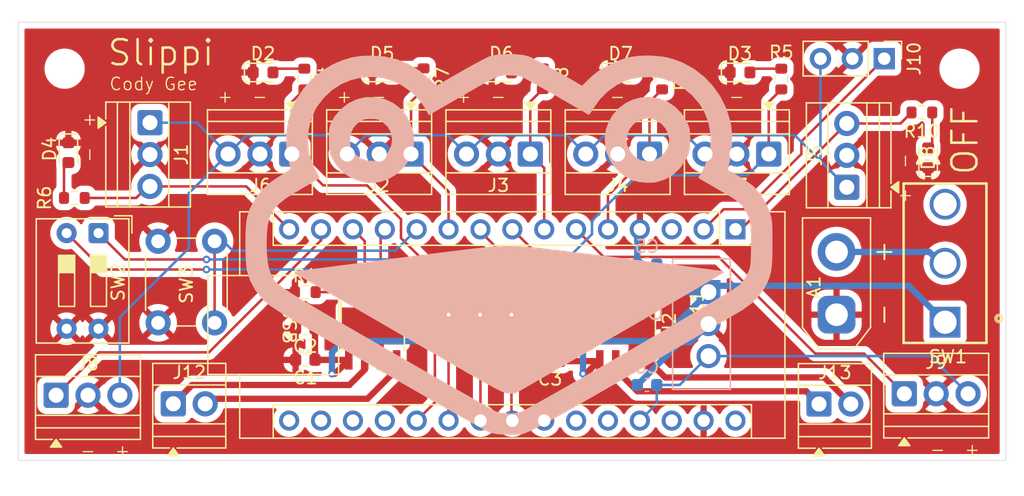
<source format=kicad_pcb>
(kicad_pcb (version 20241229) (generator "pcbnew") (generator_version "9.0")
  (layers (0 "F.Cu" signal) (2 "B.Cu" signal) (13 "F.Paste" user) (15 "B.Paste" user) (5 "F.SilkS" user "F.Silkscreen") (7 "B.SilkS" user "B.Silkscreen") (1 "F.Mask" user) (3 "B.Mask" user) (25 "Edge.Cuts" user))
  (net 0 "")
  (net 3 "IR3")
  (net 4 "L2")
  (net 5 "S1")
  (net 6 "+5V")
  (net 7 "SV1")
  (net 8 "IR4")
  (net 9 "IR2")
  (net 10 "SV2")
  (net 12 "S4")
  (net 15 "S3")
  (net 16 "GND")
  (net 17 "IR5")
  (net 21 "L1")
  (net 22 "Start")
  (net 23 "IR1")
  (net 24 "S2")
  (net 25 "+12V")
  (net 26 "Net-(D2-A)")
  (net 27 "Net-(D3-A)")
  (net 28 "Net-(D4-A)")
  (net 29 "Net-(D5-A)")
  (net 30 "Net-(D6-A)")
  (net 31 "Net-(D7-A)")
  (net 32 "Net-(D8-A)")
  (net 33 "Net-(U1-ILIM)")
  (net 34 "Net-(U2-ILIM)")
  (net 36 "SW2")
  (net 37 "SW1")
  (net 38 "O2")
  (net 39 "O1")
  (net 40 "O4")
  (net 41 "O3")
  (net 42 "Push")
  (net 45 "Net-(J11-Pin_2)")
  (footprint "Resistor_SMD:R_0603_1608Metric" (layer "F.Cu") (at 101 61.5 90)
    (property "Reference" "R7" (at 0 1.5 90) (layer "F.SilkS"))
    (property "Value" "1k")
    (pad "1" smd roundrect (at -0.825 0 90) (size 0.8 0.95) (layers "F.Cu" "F.Mask" "F.Paste") (net 9 "IR2"))
    (pad "2" smd roundrect (at 0.825 0 90) (size 0.8 0.95) (layers "F.Cu" "F.Mask" "F.Paste") (net 29 "Net-(D5-A)"))
  )
  (footprint "TerminalBlock:TerminalBlock_Xinya_XY308-2.54-3P_1x03_P2.54mm_Horizontal" (layer "F.Cu") (at 134.7175 70.145 90)
    (property "Reference" "J5" (at 2.54 -2.5 90) (layer "F.SilkS"))
    (property "Value" "Conn_01x03")
    (pad "1" thru_hole roundrect (at 0 0 90) (size 2 2) (drill 1.2) (layers "*.Cu" "*.Mask") (roundrect_rratio 0.125) (net 6 "+5V"))
    (pad "2" thru_hole circle (at 2.54 0 90) (size 2 2) (drill 1.2) (layers "*.Cu" "*.Mask") (net 16 "GND"))
    (pad "3" thru_hole circle (at 5.08 0 90) (size 2 2) (drill 1.2) (layers "*.Cu" "*.Mask") (net 17 "IR5"))
  )
  (footprint "Resistor_SMD:R_0603_1608Metric" (layer "F.Cu") (at 111.075 78.5)
    (property "Reference" "R2" (at 0.075 -1.4 0) (layer "F.SilkS"))
    (property "Value" "30k")
    (pad "1" smd roundrect (at -0.825 0) (size 0.8 0.95) (layers "F.Cu" "F.Mask" "F.Paste") (net 16 "GND"))
    (pad "2" smd roundrect (at 0.825 0) (size 0.8 0.95) (layers "F.Cu" "F.Mask" "F.Paste") (net 34 "Net-(U2-ILIM)"))
  )
  (footprint "TerminalBlock:TerminalBlock_Xinya_XY308-2.54-3P_1x03_P2.54mm_Horizontal" (layer "F.Cu") (at 90.5 67.5 180)
    (property "Reference" "J6" (at 2.5 -2.5 0) (layer "F.SilkS"))
    (property "Value" "Conn_01x03")
    (pad "1" thru_hole roundrect (at 0 0 180) (size 2 2) (drill 1.2) (layers "*.Cu" "*.Mask") (roundrect_rratio 0.125) (net 21 "L1"))
    (pad "2" thru_hole circle (at 2.54 0 180) (size 2 2) (drill 1.2) (layers "*.Cu" "*.Mask") (net 16 "GND"))
    (pad "3" thru_hole circle (at 5.08 0 180) (size 2 2) (drill 1.2) (layers "*.Cu" "*.Mask") (net 6 "+5V"))
  )
  (footprint "Button_Switch_THT:SW_PUSH_6mm" (layer "F.Cu") (at 84.35 74.45 -90)
    (property "Reference" "SW3" (at 3.45 2.25 90) (layer "F.SilkS"))
    (property "Value" "SW_Push")
    (pad "1" thru_hole circle (at 0 0) (size 2 2) (drill 1.1) (layers "*.Cu" "*.Mask") (net 42 "Push"))
    (pad "1" thru_hole circle (at 6.5 0) (size 2 2) (drill 1.1) (layers "*.Cu" "*.Mask") (net 42 "Push"))
    (pad "2" thru_hole circle (at 0 4.5) (size 2 2) (drill 1.1) (layers "*.Cu" "*.Mask") (net 16 "GND"))
    (pad "2" thru_hole circle (at 6.5 4.5) (size 2 2) (drill 1.1) (layers "*.Cu" "*.Mask") (net 16 "GND"))
  )
  (footprint "TerminalBlock:TerminalBlock_Xinya_XY308-2.54-2P_1x02_P2.54mm_Horizontal" (layer "F.Cu") (at 132.5 87.4175)
    (property "Reference" "J13" (at 1.27 -2.5 0) (layer "F.SilkS"))
    (property "Value" "Conn_01x02")
    (pad "1" thru_hole roundrect (at 0 0) (size 2 2) (drill 1.2) (layers "*.Cu" "*.Mask") (roundrect_rratio 0.125) (net 41 "O3"))
    (pad "2" thru_hole circle (at 2.54 0) (size 2 2) (drill 1.2) (layers "*.Cu" "*.Mask") (net 40 "O4"))
  )
  (footprint "LED_SMD:LED_0603_1608Metric" (layer "F.Cu") (at 88.2125 61)
    (property "Reference" "D2" (at -0.0125 -1.5 0) (layer "F.SilkS"))
    (property "Value" "LED")
    (pad "1" smd roundrect (at -0.7875 0) (size 0.875 0.95) (layers "F.Cu" "F.Mask" "F.Paste") (net 16 "GND"))
    (pad "2" smd roundrect (at 0.7875 0) (size 0.875 0.95) (layers "F.Cu" "F.Mask" "F.Paste") (net 26 "Net-(D2-A)"))
  )
  (footprint "TerminalBlock:TerminalBlock_Xinya_XY308-2.54-3P_1x03_P2.54mm_Horizontal" (layer "F.Cu") (at 139.3 86.6)
    (property "Reference" "J9" (at 2.54 -2.5 0) (layer "F.SilkS"))
    (property "Value" "Conn_01x03")
    (pad "1" thru_hole roundrect (at 0 0) (size 2 2) (drill 1.2) (layers "*.Cu" "*.Mask") (roundrect_rratio 0.125) (net 10 "SV2"))
    (pad "2" thru_hole circle (at 2.54 0) (size 2 2) (drill 1.2) (layers "*.Cu" "*.Mask") (net 16 "GND"))
    (pad "3" thru_hole circle (at 5.08 0) (size 2 2) (drill 1.2) (layers "*.Cu" "*.Mask") (net 6 "+5V"))
  )
  (footprint "Module:Arduino_Nano" (layer "F.Cu") (at 125.85 73.5 -90)
    (property "Reference" "A1" (at 4.6 -6.25 90) (layer "F.SilkS"))
    (property "Value" "Arduino_Nano_v3.x")
    (fp_text user "USB" (at 7.62 35.56 270) (layer "F.SilkS"))
    (pad "1" thru_hole rect (at 0 0 270) (size 1.6 1.6) (drill 1) (layers "*.Cu" "*.Mask") (net 17 "IR5"))
    (pad "2" thru_hole oval (at 0 2.54 270) (size 1.6 1.6) (drill 1) (layers "*.Cu" "*.Mask") (net 22 "Start"))
    (pad "3" thru_hole oval (at 0 5.08 270) (size 1.6 1.6) (drill 1) (layers "*.Cu" "*.Mask"))
    (pad "4" thru_hole oval (at 0 7.62 270) (size 1.6 1.6) (drill 1) (layers "*.Cu" "*.Mask") (net 16 "GND"))
    (pad "5" thru_hole oval (at 0 10.16 270) (size 1.6 1.6) (drill 1) (layers "*.Cu" "*.Mask") (net 8 "IR4"))
    (pad "6" thru_hole oval (at 0 12.7 270) (size 1.6 1.6) (drill 1) (layers "*.Cu" "*.Mask") (net 10 "SV2"))
    (pad "7" thru_hole oval (at 0 15.24 270) (size 1.6 1.6) (drill 1) (layers "*.Cu" "*.Mask") (net 3 "IR3"))
    (pad "8" thru_hole oval (at 0 17.78 270) (size 1.6 1.6) (drill 1) (layers "*.Cu" "*.Mask") (net 12 "S4"))
    (pad "9" thru_hole oval (at 0 20.32 270) (size 1.6 1.6) (drill 1) (layers "*.Cu" "*.Mask") (net 15 "S3"))
    (pad "10" thru_hole oval (at 0 22.86 270) (size 1.6 1.6) (drill 1) (layers "*.Cu" "*.Mask") (net 9 "IR2"))
    (pad "11" thru_hole oval (at 0 25.4 270) (size 1.6 1.6) (drill 1) (layers "*.Cu" "*.Mask") (net 42 "Push"))
    (pad "12" thru_hole oval (at 0 27.94 270) (size 1.6 1.6) (drill 1) (layers "*.Cu" "*.Mask") (net 24 "S2"))
    (pad "13" thru_hole oval (at 0 30.48 270) (size 1.6 1.6) (drill 1) (layers "*.Cu" "*.Mask") (net 5 "S1"))
    (pad "14" thru_hole oval (at 0 33.02 270) (size 1.6 1.6) (drill 1) (layers "*.Cu" "*.Mask") (net 7 "SV1"))
    (pad "15" thru_hole oval (at 0 35.56 270) (size 1.6 1.6) (drill 1) (layers "*.Cu" "*.Mask") (net 23 "IR1"))
    (pad "16" thru_hole oval (at 15.24 35.56 270) (size 1.6 1.6) (drill 1) (layers "*.Cu" "*.Mask"))
    (pad "17" thru_hole oval (at 15.24 33.02 270) (size 1.6 1.6) (drill 1) (layers "*.Cu" "*.Mask"))
    (pad "18" thru_hole oval (at 15.24 30.48 270) (size 1.6 1.6) (drill 1) (layers "*.Cu" "*.Mask"))
    (pad "19" thru_hole oval (at 15.24 27.94 270) (size 1.6 1.6) (drill 1) (layers "*.Cu" "*.Mask"))
    (pad "20" thru_hole oval (at 15.24 25.4 270) (size 1.6 1.6) (drill 1) (layers "*.Cu" "*.Mask") (net 21 "L1"))
    (pad "21" thru_hole oval (at 15.24 22.86 270) (size 1.6 1.6) (drill 1) (layers "*.Cu" "*.Mask") (net 36 "SW2"))
    (pad "22" thru_hole oval (at 15.24 20.32 270) (size 1.6 1.6) (drill 1) (layers "*.Cu" "*.Mask") (net 37 "SW1"))
    (pad "23" thru_hole oval (at 15.24 17.78 270) (size 1.6 1.6) (drill 1) (layers "*.Cu" "*.Mask") (net 4 "L2"))
    (pad "24" thru_hole oval (at 15.24 15.24 270) (size 1.6 1.6) (drill 1) (layers "*.Cu" "*.Mask"))
    (pad "25" thru_hole oval (at 15.24 12.7 270) (size 1.6 1.6) (drill 1) (layers "*.Cu" "*.Mask"))
    (pad "26" thru_hole oval (at 15.24 10.16 270) (size 1.6 1.6) (drill 1) (layers "*.Cu" "*.Mask"))
    (pad "27" thru_hole oval (at 15.24 7.62 270) (size 1.6 1.6) (drill 1) (layers "*.Cu" "*.Mask") (net 6 "+5V"))
    (pad "28" thru_hole oval (at 15.24 5.08 270) (size 1.6 1.6) (drill 1) (layers "*.Cu" "*.Mask"))
    (pad "29" thru_hole oval (at 15.24 2.54 270) (size 1.6 1.6) (drill 1) (layers "*.Cu" "*.Mask") (net 16 "GND"))
    (pad "30" thru_hole oval (at 15.24 0 270) (size 1.6 1.6) (drill 1) (layers "*.Cu" "*.Mask"))
  )
  (footprint "TerminalBlock:TerminalBlock_Xinya_XY308-2.54-3P_1x03_P2.54mm_Horizontal" (layer "F.Cu") (at 109.5 67.5 180)
    (property "Reference" "J3" (at 2.54 -2.5 0) (layer "F.SilkS"))
    (property "Value" "Conn_01x03")
    (pad "1" thru_hole roundrect (at 0 0 180) (size 2 2) (drill 1.2) (layers "*.Cu" "*.Mask") (roundrect_rratio 0.125) (net 3 "IR3"))
    (pad "2" thru_hole circle (at 2.54 0 180) (size 2 2) (drill 1.2) (layers "*.Cu" "*.Mask") (net 16 "GND"))
    (pad "3" thru_hole circle (at 5.08 0 180) (size 2 2) (drill 1.2) (layers "*.Cu" "*.Mask") (net 6 "+5V"))
  )
  (footprint "Resistor_SMD:R_0603_1608Metric" (layer "F.Cu") (at 129.5 61.525 90)
    (property "Reference" "R5" (at 2.125 0 180) (layer "F.SilkS"))
    (property "Value" "1k")
    (pad "1" smd roundrect (at -0.825 0 90) (size 0.8 0.95) (layers "F.Cu" "F.Mask" "F.Paste") (net 4 "L2"))
    (pad "2" smd roundrect (at 0.825 0 90) (size 0.8 0.95) (layers "F.Cu" "F.Mask" "F.Paste") (net 27 "Net-(D3-A)"))
  )
  (footprint "Capacitor_SMD:C_0603_1608Metric" (layer "F.Cu") (at 111.075 84 180)
    (property "Reference" "C3" (at 0 -1.43 0) (layer "F.SilkS"))
    (property "Value" "0.1uF")
    (pad "1" smd roundrect (at -0.775 0 180) (size 0.9 0.95) (layers "F.Cu" "F.Mask" "F.Paste") (net 25 "+12V"))
    (pad "2" smd roundrect (at 0.775 0 180) (size 0.9 0.95) (layers "F.Cu" "F.Mask" "F.Paste") (net 16 "GND"))
  )
  (footprint "Resistor_SMD:R_0603_1608Metric" (layer "F.Cu") (at 91.575 78.5)
    (property "Reference" "R1" (at -0.025 -1.3 0) (layer "F.SilkS"))
    (property "Value" "30k")
    (pad "1" smd roundrect (at -0.825 0) (size 0.8 0.95) (layers "F.Cu" "F.Mask" "F.Paste") (net 16 "GND"))
    (pad "2" smd roundrect (at 0.825 0) (size 0.8 0.95) (layers "F.Cu" "F.Mask" "F.Paste") (net 33 "Net-(U1-ILIM)"))
  )
  (footprint "TerminalBlock:TerminalBlock_Xinya_XY308-2.54-3P_1x03_P2.54mm_Horizontal" (layer "F.Cu") (at 71.72 86.7175)
    (property "Reference" "J8" (at 2.54 -2.5 0) (layer "F.SilkS"))
    (property "Value" "Conn_01x03")
    (pad "1" thru_hole roundrect (at 0 0) (size 2 2) (drill 1.2) (layers "*.Cu" "*.Mask") (roundrect_rratio 0.125) (net 7 "SV1"))
    (pad "2" thru_hole circle (at 2.54 0) (size 2 2) (drill 1.2) (layers "*.Cu" "*.Mask") (net 16 "GND"))
    (pad "3" thru_hole circle (at 5.08 0) (size 2 2) (drill 1.2) (layers "*.Cu" "*.Mask") (net 6 "+5V"))
  )
  (footprint "LED_SMD:LED_0603_1608Metric" (layer "F.Cu") (at 97.7125 61)
    (property "Reference" "D5" (at -0.0125 -1.5 0) (layer "F.SilkS"))
    (property "Value" "LED")
    (pad "1" smd roundrect (at -0.7875 0) (size 0.875 0.95) (layers "F.Cu" "F.Mask" "F.Paste") (net 16 "GND"))
    (pad "2" smd roundrect (at 0.7875 0) (size 0.875 0.95) (layers "F.Cu" "F.Mask" "F.Paste") (net 29 "Net-(D5-A)"))
  )
  (footprint "Button_Switch_THT:SW_DIP_SPSTx02_Slide_9.78x7.26mm_W7.62mm_P2.54mm" (layer "F.Cu") (at 75.1 73.8 -90)
    (property "Reference" "SW2" (at 3.9 -1.56 90) (layer "F.SilkS"))
    (property "Value" "SW_DIP_x02")
    (pad "1" thru_hole roundrect (at 0 0 270) (size 1.6 1.6) (drill 0.8) (layers "*.Cu" "*.Mask") (roundrect_rratio 0.15625) (net 37 "SW1"))
    (pad "2" thru_hole circle (at 0 2.54 270) (size 1.6 1.6) (drill 0.8) (layers "*.Cu" "*.Mask") (net 36 "SW2"))
    (pad "3" thru_hole circle (at 7.62 2.54 270) (size 1.6 1.6) (drill 0.8) (layers "*.Cu" "*.Mask") (net 16 "GND"))
    (pad "4" thru_hole circle (at 7.62 0 270) (size 1.6 1.6) (drill 0.8) (layers "*.Cu" "*.Mask") (net 16 "GND"))
  )
  (footprint "LED_SMD:LED_0603_1608Metric" (layer "F.Cu") (at 141.2 67.8 90)
    (property "Reference" "D8" (at 0 0 90) (layer "F.SilkS"))
    (property "Value" "LED")
    (pad "1" smd roundrect (at -0.7875 0 90) (size 0.875 0.95) (layers "F.Cu" "F.Mask" "F.Paste") (net 16 "GND"))
    (pad "2" smd roundrect (at 0.7875 0 90) (size 0.875 0.95) (layers "F.Cu" "F.Mask" "F.Paste") (net 32 "Net-(D8-A)"))
  )
  (footprint "Feet_Pics:DRV8871" (layer "F.Cu") (at 96.945 81.2 -90)
    (property "Reference" "U1" (at -0.075 -3.635 90) (layer "F.SilkS"))
    (property "Value" "DRV8871DDAR")
    (pad "1" smd roundrect (at -2.7 -1.905 270) (size 1.55 0.6) (layers "F.Cu" "F.Paste") (roundrect_rratio 0.025) (net 16 "GND"))
    (pad "2" smd roundrect (at -2.7 -0.635 270) (size 1.55 0.6) (layers "F.Cu" "F.Paste") (roundrect_rratio 0.025) (net 24 "S2"))
    (pad "3" smd roundrect (at -2.7 0.635 270) (size 1.55 0.6) (layers "F.Cu" "F.Paste") (roundrect_rratio 0.025) (net 5 "S1"))
    (pad "4" smd roundrect (at -2.7 1.905 270) (size 1.55 0.6) (layers "F.Cu" "F.Paste") (roundrect_rratio 0.025) (net 33 "Net-(U1-ILIM)"))
    (pad "5" smd roundrect (at 2.7 1.905 270) (size 1.55 0.6) (layers "F.Cu" "F.Paste") (roundrect_rratio 0.025) (net 25 "+12V"))
    (pad "6" smd roundrect (at 2.7 0.635 270) (size 1.55 0.6) (layers "F.Cu" "F.Paste") (roundrect_rratio 0.025) (net 39 "O1"))
    (pad "7" smd roundrect (at 2.7 -0.635 270) (size 1.55 0.6) (layers "F.Cu" "F.Paste") (roundrect_rratio 0.025) (net 16 "GND"))
    (pad "8" smd roundrect (at 2.7 -1.905 270) (size 1.55 0.6) (layers "F.Cu" "F.Paste") (roundrect_rratio 0.025) (net 38 "O2"))
    (pad "9" smd rect (at 0 0 270) (size 2.95 4.9) (layers "F.Cu") (net 16 "GND"))
  )
  (footprint "TerminalBlock:TerminalBlock_Xinya_XY308-2.54-3P_1x03_P2.54mm_Horizontal" (layer "F.Cu") (at 79.2 65 -90)
    (property "Reference" "J1" (at 2.54 -2.5 90) (layer "F.SilkS"))
    (property "Value" "Conn_01x03")
    (pad "1" thru_hole roundrect (at 0 0 270) (size 2 2) (drill 1.2) (layers "*.Cu" "*.Mask") (roundrect_rratio 0.125) (net 6 "+5V"))
    (pad "2" thru_hole circle (at 2.54 0 270) (size 2 2) (drill 1.2) (layers "*.Cu" "*.Mask") (net 16 "GND"))
    (pad "3" thru_hole circle (at 5.08 0 270) (size 2 2) (drill 1.2) (layers "*.Cu" "*.Mask") (net 23 "IR1"))
  )
  (footprint "Capacitor_SMD:C_0603_1608Metric" (layer "F.Cu") (at 111.075 81.5 180)
    (property "Reference" "C4" (at 0 -1.43 0) (layer "F.SilkS"))
    (property "Value" "47uF")
    (pad "1" smd roundrect (at -0.775 0 180) (size 0.9 0.95) (layers "F.Cu" "F.Mask" "F.Paste") (net 25 "+12V"))
    (pad "2" smd roundrect (at 0.775 0 180) (size 0.9 0.95) (layers "F.Cu" "F.Mask" "F.Paste") (net 16 "GND"))
  )
  (footprint "TerminalBlock:TerminalBlock_Xinya_XY308-2.54-3P_1x03_P2.54mm_Horizontal" (layer "F.Cu") (at 100 67.5 180)
    (property "Reference" "J2" (at 2.54 -2.5 0) (layer "F.SilkS"))
    (property "Value" "Conn_01x03")
    (pad "1" thru_hole roundrect (at 0 0 180) (size 2 2) (drill 1.2) (layers "*.Cu" "*.Mask") (roundrect_rratio 0.125) (net 9 "IR2"))
    (pad "2" thru_hole circle (at 2.54 0 180) (size 2 2) (drill 1.2) (layers "*.Cu" "*.Mask") (net 16 "GND"))
    (pad "3" thru_hole circle (at 5.08 0 180) (size 2 2) (drill 1.2) (layers "*.Cu" "*.Mask") (net 6 "+5V"))
  )
  (footprint "Connector_PinHeader_2.54mm:PinHeader_1x03_P2.54mm_Vertical" (layer "F.Cu") (at 137.7 59.9 -90)
    (property "Reference" "J10" (at 0 -2.38 90) (layer "F.SilkS"))
    (property "Value" "Conn_01x03")
    (pad "1" thru_hole rect (at 0 0 270) (size 1.7 1.7) (drill 1) (layers "*.Cu" "*.Mask") (net 22 "Start"))
    (pad "2" thru_hole circle (at 0 2.54 270) (size 1.7 1.7) (drill 1) (layers "*.Cu" "*.Mask") (net 16 "GND"))
    (pad "3" thru_hole circle (at 0 5.08 270) (size 1.7 1.7) (drill 1) (layers "*.Cu" "*.Mask") (net 6 "+5V"))
  )
  (footprint "TerminalBlock:TerminalBlock_Xinya_XY308-2.54-3P_1x03_P2.54mm_Horizontal" (layer "F.Cu") (at 128.5 67.5 180)
    (property "Reference" "J7" (at 2.54 -2.5 0) (layer "F.SilkS"))
    (property "Value" "Conn_01x03")
    (pad "1" thru_hole roundrect (at 0 0 180) (size 2 2) (drill 1.2) (layers "*.Cu" "*.Mask") (roundrect_rratio 0.125) (net 4 "L2"))
    (pad "2" thru_hole circle (at 2.54 0 180) (size 2 2) (drill 1.2) (layers "*.Cu" "*.Mask") (net 16 "GND"))
    (pad "3" thru_hole circle (at 5.08 0 180) (size 2 2) (drill 1.2) (layers "*.Cu" "*.Mask") (net 6 "+5V"))
  )
  (footprint "LED_SMD:LED_0603_1608Metric" (layer "F.Cu") (at 116.7125 61)
    (property "Reference" "D7" (at -0.0125 -1.5 0) (layer "F.SilkS"))
    (property "Value" "LED")
    (pad "1" smd roundrect (at -0.7875 0) (size 0.875 0.95) (layers "F.Cu" "F.Mask" "F.Paste") (net 16 "GND"))
    (pad "2" smd roundrect (at 0.7875 0) (size 0.875 0.95) (layers "F.Cu" "F.Mask" "F.Paste") (net 31 "Net-(D7-A)"))
  )
  (footprint "Resistor_SMD:R_0603_1608Metric" (layer "F.Cu") (at 91.5 61.525 90)
    (property "Reference" "R4" (at 0 1.325 90) (layer "F.SilkS"))
    (property "Value" "1k")
    (pad "1" smd roundrect (at -0.825 0 90) (size 0.8 0.95) (layers "F.Cu" "F.Mask" "F.Paste") (net 21 "L1"))
    (pad "2" smd roundrect (at 0.825 0 90) (size 0.8 0.95) (layers "F.Cu" "F.Mask" "F.Paste") (net 26 "Net-(D2-A)"))
  )
  (footprint "Capacitor_SMD:C_0603_1608Metric" (layer "F.Cu") (at 91.575 83.9 180)
    (property "Reference" "C1" (at 0 -1.43 0) (layer "F.SilkS"))
    (property "Value" "0.1uF")
    (pad "1" smd roundrect (at -0.775 0 180) (size 0.9 0.95) (layers "F.Cu" "F.Mask" "F.Paste") (net 25 "+12V"))
    (pad "2" smd roundrect (at 0.775 0 180) (size 0.9 0.95) (layers "F.Cu" "F.Mask" "F.Paste") (net 16 "GND"))
  )
  (footprint "Connector_AMASS:AMASS_XT30UPB-M_1x02_P5.0mm_Vertical" (layer "F.Cu") (at 133.9 80.3 90)
    (property "Reference" "J11" (at 0.6 -11.1 90) (layer "F.SilkS"))
    (property "Value" "Conn_01x02")
    (fp_text user "+" (at 5 3.7 270) (layer "F.SilkS") (effects (font (size 1.5 1.5))))
    (fp_text user "-" (at 0 3.7 270) (layer "F.SilkS") (effects (font (size 1.5 1.5))))
    (pad "1" thru_hole roundrect (at 0 0 90) (size 3 3) (drill 1.8) (layers "*.Cu" "*.Mask") (net 16 "GND"))
    (pad "2" thru_hole circle (at 5 0 90) (size 3 3) (drill 1.8) (layers "*.Cu" "*.Mask") (net 45 "Net-(J11-Pin_2)"))
  )
  (footprint "Feet_Pics:DRV8871" (layer "F.Cu") (at 116.945 81.2 -90)
    (property "Reference" "U2" (at -0.075 -3.635 90) (layer "F.SilkS"))
    (property "Value" "DRV8871DDAR")
    (pad "1" smd roundrect (at -2.7 -1.905 270) (size 1.55 0.6) (layers "F.Cu" "F.Paste") (roundrect_rratio 0.025) (net 16 "GND"))
    (pad "2" smd roundrect (at -2.7 -0.635 270) (size 1.55 0.6) (layers "F.Cu" "F.Paste") (roundrect_rratio 0.025) (net 12 "S4"))
    (pad "3" smd roundrect (at -2.7 0.635 270) (size 1.55 0.6) (layers "F.Cu" "F.Paste") (roundrect_rratio 0.025) (net 15 "S3"))
    (pad "4" smd roundrect (at -2.7 1.905 270) (size 1.55 0.6) (layers "F.Cu" "F.Paste") (roundrect_rratio 0.025) (net 34 "Net-(U2-ILIM)"))
    (pad "5" smd roundrect (at 2.7 1.905 270) (size 1.55 0.6) (layers "F.Cu" "F.Paste") (roundrect_rratio 0.025) (net 25 "+12V"))
    (pad "6" smd roundrect (at 2.7 0.635 270) (size 1.55 0.6) (layers "F.Cu" "F.Paste") (roundrect_rratio 0.025) (net 41 "O3"))
    (pad "7" smd roundrect (at 2.7 -0.635 270) (size 1.55 0.6) (layers "F.Cu" "F.Paste") (roundrect_rratio 0.025) (net 16 "GND"))
    (pad "8" smd roundrect (at 2.7 -1.905 270) (size 1.55 0.6) (layers "F.Cu" "F.Paste") (roundrect_rratio 0.025) (net 40 "O4"))
    (pad "9" smd rect (at 0 0 270) (size 2.95 4.9) (layers "F.Cu") (net 16 "GND"))
  )
  (footprint "Resistor_SMD:R_0603_1608Metric" (layer "F.Cu") (at 120 61.525 90)
    (property "Reference" "R9" (at 0.025 1.5 90) (layer "F.SilkS"))
    (property "Value" "1k")
    (pad "1" smd roundrect (at -0.825 0 90) (size 0.8 0.95) (layers "F.Cu" "F.Mask" "F.Paste") (net 8 "IR4"))
    (pad "2" smd roundrect (at 0.825 0 90) (size 0.8 0.95) (layers "F.Cu" "F.Mask" "F.Paste") (net 31 "Net-(D7-A)"))
  )
  (footprint "MountingHole:MountingHole_2.7mm_M2.5" (layer "F.Cu") (at 143.7 60.7)
    (property "Reference" "H2" (at 0 0 0) (layer "F.SilkS"))
    (property "Value" "MountingHole")
    (pad "" np_thru_hole circle (at 0 0) (size 2.7 2.7) (drill 2.7) (layers "*.Cu" "*.Mask"))
  )
  (footprint "Resistor_SMD:R_0603_1608Metric" (layer "F.Cu") (at 73.175 71 180)
    (property "Reference" "R6" (at 2.375 0 90) (layer "F.SilkS"))
    (property "Value" "1k")
    (pad "1" smd roundrect (at -0.825 0 180) (size 0.8 0.95) (layers "F.Cu" "F.Mask" "F.Paste") (net 23 "IR1"))
    (pad "2" smd roundrect (at 0.825 0 180) (size 0.8 0.95) (layers "F.Cu" "F.Mask" "F.Paste") (net 28 "Net-(D4-A)"))
  )
  (footprint "LED_SMD:LED_0603_1608Metric" (layer "F.Cu") (at 107.2125 61)
    (property "Reference" "D6" (at -0.0125 -1.5 0) (layer "F.SilkS"))
    (property "Value" "LED")
    (pad "1" smd roundrect (at -0.7875 0) (size 0.875 0.95) (layers "F.Cu" "F.Mask" "F.Paste") (net 16 "GND"))
    (pad "2" smd roundrect (at 0.7875 0) (size 0.875 0.95) (layers "F.Cu" "F.Mask" "F.Paste") (net 30 "Net-(D6-A)"))
  )
  (footprint "Capacitor_SMD:C_0603_1608Metric" (layer "F.Cu") (at 91.575 81.39 180)
    (property "Reference" "C2" (at 0 -1.43 0) (layer "F.SilkS"))
    (property "Value" "47uF")
    (pad "1" smd roundrect (at -0.775 0 180) (size 0.9 0.95) (layers "F.Cu" "F.Mask" "F.Paste") (net 25 "+12V"))
    (pad "2" smd roundrect (at 0.775 0 180) (size 0.9 0.95) (layers "F.Cu" "F.Mask" "F.Paste") (net 16 "GND"))
  )
  (footprint "LED_SMD:LED_0603_1608Metric" (layer "F.Cu") (at 72.7 67.3875 -90)
    (property "Reference" "D4" (at -0.2875 1.5 90) (layer "F.SilkS"))
    (property "Value" "LED")
    (pad "1" smd roundrect (at -0.7875 0 270) (size 0.875 0.95) (layers "F.Cu" "F.Mask" "F.Paste") (net 16 "GND"))
    (pad "2" smd roundrect (at 0.7875 0 270) (size 0.875 0.95) (layers "F.Cu" "F.Mask" "F.Paste") (net 28 "Net-(D4-A)"))
  )
  (footprint "Feet_Pics:SW_1101M2S3CQE2" (layer "F.Cu") (at 142.544724 76.2 180)
    (property "Reference" "SW1" (at -0.22543 -7.44928 0) (layer "F.SilkS") (effects (font (size 1.001921 1.001921))))
    (property "Value" "SW_SPDT")
    (pad "1" thru_hole rect (at 0 -4.7 180) (size 2.45 2.45) (drill 1.85) (layers "*.Cu" "*.Mask") (net 25 "+12V"))
    (pad "2" thru_hole circle (at 0 0 180) (size 2.45 2.45) (drill 1.85) (layers "*.Cu" "*.Mask") (net 45 "Net-(J11-Pin_2)"))
    (pad "3" thru_hole circle (at 0 4.7 180) (size 2.45 2.45) (drill 1.85) (layers "*.Cu" "*.Mask"))
  )
  (footprint "TerminalBlock:TerminalBlock_Xinya_XY308-2.54-2P_1x02_P2.54mm_Horizontal" (layer "F.Cu") (at 81.06 87.4)
    (property "Reference" "J12" (at 1.27 -2.5 0) (layer "F.SilkS"))
    (property "Value" "Conn_01x02")
    (pad "1" thru_hole roundrect (at 0 0) (size 2 2) (drill 1.2) (layers "*.Cu" "*.Mask") (roundrect_rratio 0.125) (net 39 "O1"))
    (pad "2" thru_hole circle (at 2.54 0) (size 2 2) (drill 1.2) (layers "*.Cu" "*.Mask") (net 38 "O2"))
  )
  (footprint "Resistor_SMD:R_0603_1608Metric" (layer "F.Cu") (at 110.5 61.5 90)
    (property "Reference" "R8" (at 0 1.5 90) (layer "F.SilkS"))
    (property "Value" "1k")
    (pad "1" smd roundrect (at -0.825 0 90) (size 0.8 0.95) (layers "F.Cu" "F.Mask" "F.Paste") (net 3 "IR3"))
    (pad "2" smd roundrect (at 0.825 0 90) (size 0.8 0.95) (layers "F.Cu" "F.Mask" "F.Paste") (net 30 "Net-(D6-A)"))
  )
  (footprint "Resistor_SMD:R_0603_1608Metric" (layer "F.Cu") (at 140.7 64.1875)
    (property "Reference" "R10" (at 0 1.5 0) (layer "F.SilkS"))
    (property "Value" "1k")
    (pad "1" smd roundrect (at -0.825 0) (size 0.8 0.95) (layers "F.Cu" "F.Mask" "F.Paste") (net 17 "IR5"))
    (pad "2" smd roundrect (at 0.825 0) (size 0.8 0.95) (layers "F.Cu" "F.Mask" "F.Paste") (net 32 "Net-(D8-A)"))
  )
  (footprint "MountingHole:MountingHole_2.7mm_M2.5" (layer "F.Cu") (at 72.4 60.7)
    (property "Reference" "H1" (at 0 0 0) (layer "F.SilkS"))
    (property "Value" "MountingHole")
    (pad "" np_thru_hole circle (at 0 0) (size 2.7 2.7) (drill 2.7) (layers "*.Cu" "*.Mask"))
  )
  (footprint "LED_SMD:LED_0603_1608Metric" (layer "F.Cu") (at 126.2125 61)
    (property "Reference" "D3" (at -0.0125 -1.5 0) (layer "F.SilkS"))
    (property "Value" "LED")
    (pad "1" smd roundrect (at -0.7875 0) (size 0.875 0.95) (layers "F.Cu" "F.Mask" "F.Paste") (net 16 "GND"))
    (pad "2" smd roundrect (at 0.7875 0) (size 0.875 0.95) (layers "F.Cu" "F.Mask" "F.Paste") (net 27 "Net-(D3-A)"))
  )
  (footprint "TerminalBlock:TerminalBlock_Xinya_XY308-2.54-3P_1x03_P2.54mm_Horizontal" (layer "F.Cu") (at 119 67.5 180)
    (property "Reference" "J4" (at 2.54 -2.5 0) (layer "F.SilkS"))
    (property "Value" "Conn_01x03")
    (pad "1" thru_hole roundrect (at 0 0 180) (size 2 2) (drill 1.2) (layers "*.Cu" "*.Mask") (roundrect_rratio 0.125) (net 8 "IR4"))
    (pad "2" thru_hole circle (at 2.54 0 180) (size 2 2) (drill 1.2) (layers "*.Cu" "*.Mask") (net 16 "GND"))
    (pad "3" thru_hole circle (at 5.08 0 180) (size 2 2) (drill 1.2) (layers "*.Cu" "*.Mask") (net 6 "+5V"))
  )
  (footprint "Feet_Pics:TO255P1040X460X1968-3" (layer "B.Cu") (at 123.7 78.5 -90)
    (property "Reference" "U3" (at 0.995 4.444 90) (layer "B.SilkS") (effects (font (size 1.4 1.4)) (justify mirror)))
    (property "Value" "L7805CV")
    (pad "1" thru_hole rect (at 0 0 270) (size 1.91 1.91) (drill 1.27) (layers "*.Cu" "*.Mask") (net 25 "+12V"))
    (pad "2" thru_hole circle (at 2.55 0 270) (size 1.91 1.91) (drill 1.27) (layers "*.Cu" "*.Mask") (net 16 "GND"))
    (pad "3" thru_hole circle (at 5.1 0 270) (size 1.91 1.91) (drill 1.27) (layers "*.Cu" "*.Mask") (net 6 "+5V"))
  )
  (footprint "Capacitor_SMD:C_0603_1608Metric" (layer "B.Cu") (at 118.8 85.9 180)
    (property "Reference" "C6" (at 0 1.43 0) (layer "B.SilkS") (effects (justify mirror)))
    (property "Value" "0.1uF")
    (pad "1" smd roundrect (at -0.775 0 180) (size 0.9 0.95) (layers "B.Cu" "B.Mask" "B.Paste") (net 6 "+5V"))
    (pad "2" smd roundrect (at 0.775 0 180) (size 0.9 0.95) (layers "B.Cu" "B.Mask" "B.Paste") (net 16 "GND"))
  )
  (footprint "Capacitor_SMD:C_0603_1608Metric" (layer "B.Cu") (at 118.8 76.3 180)
    (property "Reference" "C5" (at 0 1.43 0) (layer "B.SilkS") (effects (justify mirror)))
    (property "Value" "0.33uF")
    (pad "1" smd roundrect (at -0.775 0 180) (size 0.9 0.95) (layers "B.Cu" "B.Mask" "B.Paste") (net 25 "+12V"))
    (pad "2" smd roundrect (at 0.775 0 180) (size 0.9 0.95) (layers "B.Cu" "B.Mask" "B.Paste") (net 16 "GND"))
  )
  (footprint "Feet_Pics:Slippi" (layer "B.Cu") (at 107.630849 74.316297 180)
    (property "Reference" "G***" (hide yes))
    (property "Value" "LOGO" (hide yes))
  )
  (gr_rect (start 68.7 57) (end 147.4 91.9) (stroke (width 0.05)) (fill no) (layer "Edge.Cuts"))
  (gr_text "+  -" (at 139.9 71.5 90) (layer "F.SilkS") (effects (font (size 1 1) (thickness 0.1)) (justify left bottom)))
  (gr_text "OFF" (at 145.3 69.3 90) (layer "F.SilkS") (effects (font (size 2 2) (thickness 0.2)) (justify left bottom)))
  (gr_text "Slippi" (at 75.7 60.6 0) (layer "F.SilkS") (effects (font (size 2 2) (thickness 0.2)) (justify left bottom)))
  (gr_text "+  -" (at 73.9 64.1 270) (layer "F.SilkS") (effects (font (size 1 1) (thickness 0.1)) (justify left bottom)))
  (gr_text "Cody Gee" (at 75.9 62.5 0) (layer "F.SilkS") (effects (font (size 1 1) (thickness 0.1)) (justify left bottom)))
  (gr_text "+  -" (at 113 63.5 0) (layer "F.SilkS") (effects (font (size 1 1) (thickness 0.1)) (justify left bottom)))
  (gr_text "+  -" (at 94 63.5 0) (layer "F.SilkS") (effects (font (size 1 1) (thickness 0.1)) (justify left bottom)))
  (gr_text "+  -" (at 145.4 90.6 180) (layer "F.SilkS") (effects (font (size 1 1) (thickness 0.1)) (justify left bottom)))
  (gr_text "+  -" (at 77.7 90.7 180) (layer "F.SilkS") (effects (font (size 1 1) (thickness 0.1)) (justify left bottom)))
  (gr_text "+  -" (at 122.5 63.5 0) (layer "F.SilkS") (effects (font (size 1 1) (thickness 0.1)) (justify left bottom)))
  (gr_text "+  -" (at 84.5 63.5 0) (layer "F.SilkS") (effects (font (size 1 1) (thickness 0.1)) (justify left bottom)))
  (gr_text "+  -" (at 103.5 63.5 0) (layer "F.SilkS") (effects (font (size 1 1) (thickness 0.1)) (justify left bottom)))
  (segment (start 109.5 67.5) (end 109.5 63.325) (width 0.2) (layer "F.Cu") (net 3))
  (segment (start 110.26 67.72) (end 109.54 67) (width 0.2) (layer "F.Cu") (net 3))
  (segment (start 109.5 63.325) (end 110.5 62.325) (width 0.2) (layer "F.Cu") (net 3))
  (segment (start 110.61 68.61) (end 109.5 67.5) (width 0.2) (layer "F.Cu") (net 3))
  (segment (start 110.61 73.5) (end 110.61 68.61) (width 0.2) (layer "F.Cu") (net 3))
  (segment (start 128.5 63.35) (end 129.5 62.35) (width 0.2) (layer "F.Cu") (net 4))
  (segment (start 129.5 62.35) (end 129.5 62.4) (width 0.2) (layer "F.Cu") (net 4))
  (segment (start 108.07 88.74) (end 108 88.67) (width 0.2) (layer "F.Cu") (net 4))
  (segment (start 128.5 67.5) (end 128.5 63.35) (width 0.2) (layer "F.Cu") (net 4))
  (segment (start 108 88.67) (end 108 80.3) (width 0.2) (layer "F.Cu") (net 4))
  (via (at 108 80.3) (size 0.6) (drill 0.3) (layers "F.Cu" "B.Cu") (net 4))
  (segment (start 118 69.2) (end 126.8 69.2) (width 0.2) (layer "B.Cu") (net 4))
  (segment (start 126.8 69.2) (end 128.5 67.5) (width 0.2) (layer "B.Cu") (net 4))
  (segment (start 108 80.3) (end 114.416475 73.883525) (width 0.2) (layer "B.Cu") (net 4))
  (segment (start 114.416475 72.783525) (end 118 69.2) (width 0.2) (layer "B.Cu") (net 4))
  (segment (start 114.416475 73.883525) (end 114.416475 72.783525) (width 0.2) (layer "B.Cu") (net 4))
  (segment (start 96.31 74.44) (end 95.37 73.5) (width 0.2) (layer "F.Cu") (net 5))
  (segment (start 96.31 78.5) (end 96.31 74.44) (width 0.2) (layer "F.Cu") (net 5))
  (segment (start 123.7 83.6) (end 141.38 83.6) (width 0.2) (layer "B.Cu") (net 6))
  (segment (start 94.92 67.5) (end 96.42 66) (width 0.2) (layer "B.Cu") (net 6))
  (segment (start 121.4 85.9) (end 119.575 85.9) (width 0.2) (layer "B.Cu") (net 6))
  (segment (start 121.92 66) (end 123.42 67.5) (width 0.2) (layer "B.Cu") (net 6))
  (segment (start 86.92 66) (end 93.42 66) (width 0.2) (layer "B.Cu") (net 6))
  (segment (start 123.42 67.5) (end 124.92 66) (width 0.2) (layer "B.Cu") (net 6))
  (segment (start 76.8 80.5) (end 82.3 75) (width 0.2) (layer "B.Cu") (net 6))
  (segment (start 85.42 67.5) (end 82.92 65) (width 0.2) (layer "B.Cu") (net 6))
  (segment (start 132.62 68.0475) (end 134.7175 70.145) (width 0.2) (layer "B.Cu") (net 6))
  (segment (start 124.92 66) (end 130.5725 66) (width 0.2) (layer "B.Cu") (net 6))
  (segment (start 112.42 66) (end 113.92 67.5) (width 0.2) (layer "B.Cu") (net 6))
  (segment (start 82.3 70.62) (end 85.42 67.5) (width 0.2) (layer "B.Cu") (net 6))
  (segment (start 132.62 59.9) (end 132.62 68.0475) (width 0.2) (layer "B.Cu") (net 6))
  (segment (start 76.8 86.7175) (end 76.8 80.5) (width 0.2) (layer "B.Cu") (net 6))
  (segment (start 102.92 66) (end 104.42 67.5) (width 0.2) (layer "B.Cu") (net 6))
  (segment (start 96.42 66) (end 102.92 66) (width 0.2) (layer "B.Cu") (net 6))
  (segment (start 82.3 75) (end 82.3 74.8) (width 0.2) (layer "B.Cu") (net 6))
  (segment (start 93.42 66) (end 94.92 67.5) (width 0.2) (layer "B.Cu") (net 6))
  (segment (start 141.38 83.6) (end 144.38 86.6) (width 0.2) (layer "B.Cu") (net 6))
  (segment (start 82.3 74.8) (end 82.3 70.62) (width 0.2) (layer "B.Cu") (net 6))
  (segment (start 82.92 65) (end 79.2 65) (width 0.2) (layer "B.Cu") (net 6))
  (segment (start 105.92 66) (end 112.42 66) (width 0.2) (layer "B.Cu") (net 6))
  (segment (start 130.5725 66) (end 134.7175 70.145) (width 0.2) (layer "B.Cu") (net 6))
  (segment (start 113.92 67.5) (end 115.42 66) (width 0.2) (layer "B.Cu") (net 6))
  (segment (start 119.575 85.9) (end 119.575 87.395) (width 0.2) (layer "B.Cu") (net 6))
  (segment (start 115.42 66) (end 121.92 66) (width 0.2) (layer "B.Cu") (net 6))
  (segment (start 85.42 67.5) (end 86.92 66) (width 0.2) (layer "B.Cu") (net 6))
  (segment (start 123.7 83.6) (end 121.4 85.9) (width 0.2) (layer "B.Cu") (net 6))
  (segment (start 104.42 67.5) (end 105.92 66) (width 0.2) (layer "B.Cu") (net 6))
  (segment (start 119.575 87.395) (end 118.23 88.74) (width 0.2) (layer "B.Cu") (net 6))
  (segment (start 92.83 74.37) (end 83.9 83.3) (width 0.2) (layer "F.Cu") (net 7))
  (segment (start 75.1375 83.3) (end 71.72 86.7175) (width 0.2) (layer "F.Cu") (net 7))
  (segment (start 83.9 83.3) (end 75.1375 83.3) (width 0.2) (layer "F.Cu") (net 7))
  (segment (start 92.83 73.5) (end 92.83 74.37) (width 0.2) (layer "F.Cu") (net 7))
  (segment (start 115.69 73.5) (end 115.69 70.81) (width 0.2) (layer "F.Cu") (net 8))
  (segment (start 115.69 70.81) (end 119 67.5) (width 0.2) (layer "F.Cu") (net 8))
  (segment (start 119 67.5) (end 119 63.35) (width 0.2) (layer "F.Cu") (net 8))
  (segment (start 119 63.35) (end 120 62.35) (width 0.2) (layer "F.Cu") (net 8))
  (segment (start 102.99 70.49) (end 100 67.5) (width 0.2) (layer "F.Cu") (net 9))
  (segment (start 100 63.325) (end 101 62.325) (width 0.2) (layer "F.Cu") (net 9))
  (segment (start 102.99 73.5) (end 102.99 70.49) (width 0.2) (layer "F.Cu") (net 9))
  (segment (start 100 67.5) (end 100 63.325) (width 0.2) (layer "F.Cu") (net 9))
  (segment (start 132.2 83.4) (end 136.1 83.4) (width 0.2) (layer "F.Cu") (net 10))
  (segment (start 136.1 83.4) (end 139.3 86.6) (width 0.2) (layer "F.Cu") (net 10))
  (segment (start 115.348 75.698) (end 124.498 75.698) (width 0.2) (layer "F.Cu") (net 10))
  (segment (start 124.498 75.698) (end 132.2 83.4) (width 0.2) (layer "F.Cu") (net 10))
  (segment (start 113.15 73.5) (end 115.348 75.698) (width 0.2) (layer "F.Cu") (net 10))
  (segment (start 108.07 73.5) (end 110.669 76.099) (width 0.2) (layer "F.Cu") (net 12))
  (segment (start 110.669 76.099) (end 115.954 76.099) (width 0.2) (layer "F.Cu") (net 12))
  (segment (start 115.954 76.099) (end 117.58 77.725) (width 0.2) (layer "F.Cu") (net 12))
  (segment (start 117.58 77.725) (end 117.58 78.5) (width 0.2) (layer "F.Cu") (net 12))
  (segment (start 115.085 76.5) (end 116.31 77.725) (width 0.2) (layer "F.Cu") (net 15))
  (segment (start 105.53 73.68) (end 108.35 76.5) (width 0.2) (layer "F.Cu") (net 15))
  (segment (start 108.35 76.5) (end 115.085 76.5) (width 0.2) (layer "F.Cu") (net 15))
  (segment (start 105.53 73.5) (end 105.53 73.68) (width 0.2) (layer "F.Cu") (net 15))
  (segment (start 116.31 77.725) (end 116.31 78.5) (width 0.2) (layer "F.Cu") (net 15))
  (segment (start 118.85 79.295) (end 116.945 81.2) (width 0.5) (layer "F.Cu") (net 16))
  (segment (start 119.655 81.05) (end 123.7 81.05) (width 0.5) (layer "F.Cu") (net 16))
  (segment (start 97.58 83.9) (end 97.58 81.835) (width 0.5) (layer "F.Cu") (net 16))
  (segment (start 97.58 81.835) (end 96.945 81.2) (width 0.5) (layer "F.Cu") (net 16))
  (segment (start 117.58 83.9) (end 117.58 83.125) (width 0.5) (layer "F.Cu") (net 16))
  (segment (start 117.58 83.9) (end 117.58 81.835) (width 0.5) (layer "F.Cu") (net 16))
  (segment (start 117.58 81.835) (end 116.945 81.2) (width 0.5) (layer "F.Cu") (net 16))
  (segment (start 98.85 79.295) (end 96.945 81.2) (width 0.5) (layer "F.Cu") (net 16))
  (segment (start 118.85 78.5) (end 118.85 79.295) (width 0.5) (layer "F.Cu") (net 16))
  (segment (start 117.58 83.125) (end 119.655 81.05) (width 0.5) (layer "F.Cu") (net 16))
  (segment (start 141.525 68.9125) (end 141.2 68.5875) (width 0.2) (layer "F.Cu") (net 16))
  (segment (start 98.85 78.5) (end 98.85 79.295) (width 0.5) (layer "F.Cu") (net 16))
  (segment (start 118.025 76.3) (end 118.025 73.705) (width 0.5) (layer "B.Cu") (net 16))
  (segment (start 118.025 85.9) (end 121.425 82.5) (width 0.5) (layer "B.Cu") (net 16))
  (segment (start 121.425 82.5) (end 122.25 82.5) (width 0.5) (layer "B.Cu") (net 16))
  (segment (start 118.025 73.705) (end 118.23 73.5) (width 0.5) (layer "B.Cu") (net 16))
  (segment (start 122.25 82.5) (end 123.7 81.05) (width 0.5) (layer "B.Cu") (net 16))
  (segment (start 117.9 85.775) (end 118.025 85.9) (width 0.2) (layer "B.Cu") (net 16))
  (segment (start 138.9975 65.065) (end 139.875 64.1875) (width 0.2) (layer "F.Cu") (net 17))
  (segment (start 126.2825 73.5) (end 134.7175 65.065) (width 0.2) (layer "F.Cu") (net 17))
  (segment (start 125.85 73.5) (end 126.2825 73.5) (width 0.2) (layer "F.Cu") (net 17))
  (segment (start 134.7175 65.065) (end 138.9975 65.065) (width 0.2) (layer "F.Cu") (net 17))
  (segment (start 99.2 72.7) (end 96.5 70) (width 0.2) (layer "F.Cu") (net 21))
  (segment (start 90.5 63.35) (end 91.5 62.35) (width 0.2) (layer "F.Cu") (net 21))
  (segment (start 93 70) (end 90.5 67.5) (width 0.2) (layer "F.Cu") (net 21))
  (segment (start 100.45 88.74) (end 101.9 87.29) (width 0.2) (layer "F.Cu") (net 21))
  (segment (start 101.9 76.9) (end 99.2 74.2) (width 0.2) (layer "F.Cu") (net 21))
  (segment (start 101.9 87.29) (end 101.9 76.9) (width 0.2) (layer "F.Cu") (net 21))
  (segment (start 90.5 67.5) (end 90.5 63.35) (width 0.2) (layer "F.Cu") (net 21))
  (segment (start 99.2 74.2) (end 99.2 72.7) (width 0.2) (layer "F.Cu") (net 21))
  (segment (start 96.5 70) (end 93 70) (width 0.2) (layer "F.Cu") (net 21))
  (segment (start 124.91 71.9) (end 126.7 71.9) (width 0.2) (layer "F.Cu") (net 22))
  (segment (start 126.7 71.9) (end 131.1 67.5) (width 0.2) (layer "F.Cu") (net 22))
  (segment (start 131.1 67.5) (end 131.1 66.5) (width 0.2) (layer "F.Cu") (net 22))
  (segment (start 123.31 73.5) (end 124.91 71.9) (width 0.2) (layer "F.Cu") (net 22))
  (segment (start 131.1 66.5) (end 137.7 59.9) (width 0.2) (layer "F.Cu") (net 22))
  (segment (start 79.02 70.08) (end 78.1 71) (width 0.2) (layer "F.Cu") (net 23))
  (segment (start 79.2 70.08) (end 86.87 70.08) (width 0.2) (layer "F.Cu") (net 23))
  (segment (start 79.2 70.08) (end 79.02 70.08) (width 0.2) (layer "F.Cu") (net 23))
  (segment (start 78.1 71) (end 74 71) (width 0.2) (layer "F.Cu") (net 23))
  (segment (start 86.87 70.08) (end 90.29 73.5) (width 0.2) (layer "F.Cu") (net 23))
  (segment (start 97.58 73.83) (end 97.91 73.5) (width 0.2) (layer "F.Cu") (net 24))
  (segment (start 97.58 78.5) (end 97.58 73.83) (width 0.2) (layer "F.Cu") (net 24))
  (segment (start 113.7 85) (end 113.94 85) (width 0.5) (layer "F.Cu") (net 25))
  (segment (start 111.85 84) (end 114.94 84) (width 0.5) (layer "F.Cu") (net 25))
  (segment (start 93.7 85) (end 93.94 85) (width 0.5) (layer "F.Cu") (net 25))
  (segment (start 93.94 85) (end 95.04 83.9) (width 0.5) (layer "F.Cu") (net 25))
  (segment (start 92.35 83.9) (end 95.04 83.9) (width 0.5) (layer "F.Cu") (net 25))
  (segment (start 114.94 84) (end 115.04 83.9) (width 0.5) (layer "F.Cu") (net 25))
  (segment (start 113.94 85) (end 115.04 83.9) (width 0.5) (layer "F.Cu") (net 25))
  (segment (start 92.35 81.39) (end 92.35 83.9) (width 0.5) (layer "F.Cu") (net 25))
  (segment (start 111.85 81.5) (end 111.85 84) (width 0.5) (layer "F.Cu") (net 25))
  (via (at 113.7 85) (size 0.6) (drill 0.3) (layers "F.Cu" "B.Cu") (net 25))
  (via (at 93.7 85) (size 0.6) (drill 0.3) (layers "F.Cu" "B.Cu") (net 25))
  (segment (start 124.2 78) (end 123.7 78.5) (width 0.5) (layer "B.Cu") (net 25))
  (segment (start 93.7 83.3) (end 94.6 82.4) (width 0.5) (layer "B.Cu") (net 25))
  (segment (start 94.6 82.4) (end 113.4 82.4) (width 0.5) (layer "B.Cu") (net 25))
  (segment (start 121.775 78.5) (end 119.575 76.3) (width 0.5) (layer "B.Cu") (net 25))
  (segment (start 113.4 82.4) (end 113.7 82.4) (width 0.5) (layer "B.Cu") (net 25))
  (segment (start 123.7 78.5) (end 121.775 78.5) (width 0.5) (layer "B.Cu") (net 25))
  (segment (start 139.644724 78) (end 124.2 78) (width 0.5) (layer "B.Cu") (net 25))
  (segment (start 142.544724 80.9) (end 139.644724 78) (width 0.5) (layer "B.Cu") (net 25))
  (segment (start 93.7 85) (end 93.7 83.3) (width 0.5) (layer "B.Cu") (net 25))
  (segment (start 113.7 82.4) (end 119.8 82.4) (width 0.5) (layer "B.Cu") (net 25))
  (segment (start 119.8 82.4) (end 123.7 78.5) (width 0.5) (layer "B.Cu") (net 25))
  (segment (start 113.7 82.4) (end 113.7 85) (width 0.5) (layer "B.Cu") (net 25))
  (segment (start 91.5 60.7) (end 89.3 60.7) (width 0.2) (layer "F.Cu") (net 26))
  (segment (start 89.3 60.7) (end 89 61) (width 0.2) (layer "F.Cu") (net 26))
  (segment (start 127.3 60.7) (end 127 61) (width 0.2) (layer "F.Cu") (net 27))
  (segment (start 129.5 60.7) (end 127.3 60.7) (width 0.2) (layer "F.Cu") (net 27))
  (segment (start 72.35 68.525) (end 72.7 68.175) (width 0.2) (layer "F.Cu") (net 28))
  (segment (start 72.35 71) (end 72.35 68.525) (width 0.2) (layer "F.Cu") (net 28))
  (segment (start 101 60.675) (end 98.825 60.675) (width 0.2) (layer "F.Cu") (net 29))
  (segment (start 98.825 60.675) (end 98.5 61) (width 0.2) (layer "F.Cu") (net 29))
  (segment (start 108.325 60.675) (end 108 61) (width 0.2) (layer "F.Cu") (net 30))
  (segment (start 110.5 60.675) (end 108.325 60.675) (width 0.2) (layer "F.Cu") (net 30))
  (segment (start 117.8 60.7) (end 117.5 61) (width 0.2) (layer "F.Cu") (net 31))
  (segment (start 120 60.7) (end 117.8 60.7) (width 0.2) (layer "F.Cu") (net 31))
  (segment (start 141.525 66.6875) (end 141.2 67.0125) (width 0.2) (layer "F.Cu") (net 32))
  (segment (start 141.525 64.1875) (end 141.525 66.6875) (width 0.2) (layer "F.Cu") (net 32))
  (segment (start 92.4 78.5) (end 95.04 78.5) (width 0.2) (layer "F.Cu") (net 33))
  (segment (start 111.9 78.5) (end 115.04 78.5) (width 0.2) (layer "F.Cu") (net 34))
  (segment (start 72.56 73.8) (end 75.46 76.7) (width 0.2) (layer "F.Cu") (net 36))
  (segment (start 102.99 80.31) (end 102.99 88.74) (width 0.2) (layer "F.Cu") (net 36))
  (segment (start 103 80.3) (end 102.99 80.31) (width 0.2) (layer "F.Cu") (net 36))
  (segment (start 75.46 76.7) (end 83.7 76.7) (width 0.2) (layer "F.Cu") (net 36))
  (via (at 103 80.3) (size 0.6) (drill 0.3) (layers "F.Cu" "B.Cu") (net 36))
  (via (at 83.7 76.7) (size 0.6) (drill 0.3) (layers "F.Cu" "B.Cu") (net 36))
  (segment (start 103 79.4) (end 100.3 76.7) (width 0.2) (layer "B.Cu") (net 36))
  (segment (start 103 80.3) (end 103 79.4) (width 0.2) (layer "B.Cu") (net 36))
  (segment (start 100.3 76.7) (end 83.7 76.7) (width 0.2) (layer "B.Cu") (net 36))
  (segment (start 77.2 75.9) (end 83.7 75.9) (width 0.2) (layer "F.Cu") (net 37))
  (segment (start 105.5 80.3) (end 105.53 80.33) (width 0.2) (layer "F.Cu") (net 37))
  (segment (start 75.1 73.8) (end 77.2 75.9) (width 0.2) (layer "F.Cu") (net 37))
  (segment (start 105.53 80.33) (end 105.53 88.74) (width 0.2) (layer "F.Cu") (net 37))
  (via (at 83.7 75.9) (size 0.6) (drill 0.3) (layers "F.Cu" "B.Cu") (net 37))
  (via (at 105.5 80.3) (size 0.6) (drill 0.3) (layers "F.Cu" "B.Cu") (net 37))
  (segment (start 105.5 80.3) (end 105.5 79.4) (width 0.2) (layer "B.Cu") (net 37))
  (segment (start 102 75.9) (end 83.7 75.9) (width 0.2) (layer "B.Cu") (net 37))
  (segment (start 105.5 79.4) (end 102 75.9) (width 0.2) (layer "B.Cu") (net 37))
  (segment (start 84 87) (end 83.6 87.4) (width 0.5) (layer "F.Cu") (net 38))
  (segment (start 98.85 84.675) (end 96.525 87) (width 0.5) (layer "F.Cu") (net 38))
  (segment (start 98.85 83.9) (end 98.85 84.675) (width 0.5) (layer "F.Cu") (net 38))
  (segment (start 96.525 87) (end 84 87) (width 0.5) (layer "F.Cu") (net 38))
  (segment (start 95.085 85.9) (end 82.56 85.9) (width 0.5) (layer "F.Cu") (net 39))
  (segment (start 82.56 85.9) (end 81.06 87.4) (width 0.5) (layer "F.Cu") (net 39))
  (segment (start 96.31 84.675) (end 95.085 85.9) (width 0.5) (layer "F.Cu") (net 39))
  (segment (start 96.31 83.9) (end 96.31 84.675) (width 0.5) (layer "F.Cu") (net 39))
  (segment (start 118.85 83.9) (end 120.25 85.3) (width 0.5) (layer "F.Cu") (net 40))
  (segment (start 132.9225 85.3) (end 135.04 87.4175) (width 0.5) (layer "F.Cu") (net 40))
  (segment (start 120.25 85.3) (end 132.9225 85.3) (width 0.5) (layer "F.Cu") (net 40))
  (segment (start 131.4825 86.4) (end 132.5 87.4175) (width 0.5) (layer "F.Cu") (net 41))
  (segment (start 118.035 86.4) (end 131.4825 86.4) (width 0.5) (layer "F.Cu") (net 41))
  (segment (start 116.31 83.9) (end 116.31 84.675) (width 0.5) (layer "F.Cu") (net 41))
  (segment (start 116.31 84.675) (end 118.035 86.4) (width 0.5) (layer "F.Cu") (net 41))
  (segment (start 84.35 74.45) (end 84.35 80.95) (width 0.2) (layer "F.Cu") (net 42))
  (segment (start 85.05 74.45) (end 85.8 75.2) (width 0.2) (layer "B.Cu") (net 42))
  (segment (start 98.75 75.2) (end 100.45 73.5) (width 0.2) (layer "B.Cu") (net 42))
  (segment (start 84.35 74.45) (end 85.05 74.45) (width 0.2) (layer "B.Cu") (net 42))
  (segment (start 85.8 75.2) (end 98.75 75.2) (width 0.2) (layer "B.Cu") (net 42))
  (segment (start 133.9 75.3) (end 141.3 75.3) (width 0.5) (layer "B.Cu") (net 45))
  (segment (start 142.2 76.2) (end 142.544724 76.2) (width 0.5) (layer "B.Cu") (net 45))
  (segment (start 141.3 75.3) (end 142.2 76.2) (width 0.5) (layer "B.Cu") (net 45))
  (zone (net 16) (net_name "GND") (layer "F.Cu") (connect_pads (clearance 0.5)) (min_thickness 0.25) (fill yes (thermal_gap 0.5) (thermal_bridge_width 0.5))
    (polygon (pts (xy 68.7 57) (xy 68.7 91.9) (xy 147.4 91.9) (xy 147.4 57)))
  )
)
</source>
